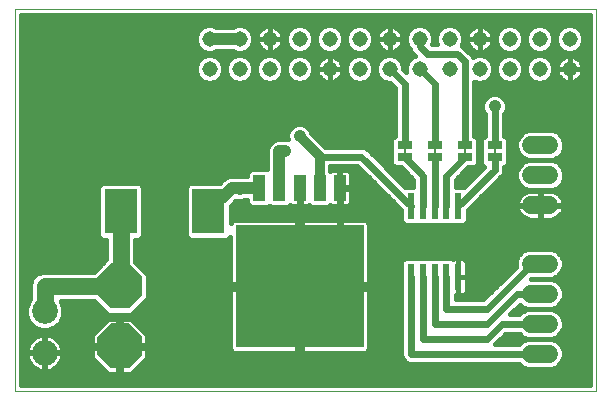
<source format=gbl>
G75*
%MOIN*%
%OFA0B0*%
%FSLAX24Y24*%
%IPPOS*%
%LPD*%
%AMOC8*
5,1,8,0,0,1.08239X$1,22.5*
%
%ADD10C,0.0000*%
%ADD11R,0.0236X0.0866*%
%ADD12C,0.0600*%
%ADD13R,0.4252X0.4098*%
%ADD14R,0.0420X0.0850*%
%ADD15OC8,0.1500*%
%ADD16R,0.1102X0.1496*%
%ADD17C,0.0860*%
%ADD18C,0.0515*%
%ADD19C,0.0080*%
%ADD20R,0.0500X0.0250*%
%ADD21C,0.0240*%
%ADD22C,0.0160*%
%ADD23C,0.0413*%
%ADD24C,0.0400*%
%ADD25C,0.0356*%
%ADD26C,0.0320*%
%ADD27C,0.0560*%
D10*
X000680Y000680D02*
X000680Y013426D01*
X020050Y013426D01*
X020050Y000680D01*
X000680Y000680D01*
D11*
X013893Y004499D03*
X014286Y004499D03*
X014680Y004499D03*
X015074Y004499D03*
X015467Y004499D03*
X015467Y006861D03*
X015074Y006861D03*
X014680Y006861D03*
X014286Y006861D03*
X013893Y006861D03*
D12*
X017904Y006891D02*
X018504Y006891D01*
X018504Y007891D02*
X017904Y007891D01*
X017904Y008891D02*
X018504Y008891D01*
X018480Y004930D02*
X017880Y004930D01*
X017880Y003930D02*
X018480Y003930D01*
X018480Y002930D02*
X017880Y002930D01*
X017880Y001930D02*
X018480Y001930D01*
D13*
X010180Y004180D03*
D14*
X010180Y007460D03*
X009510Y007460D03*
X008840Y007460D03*
X010850Y007460D03*
X011520Y007460D03*
D15*
X004180Y004180D03*
X004180Y002180D03*
D16*
X004223Y006680D03*
X007137Y006680D03*
D17*
X001680Y003349D03*
X001680Y001971D03*
D18*
X007180Y011430D03*
X008180Y011430D03*
X009180Y011430D03*
X010180Y011430D03*
X011180Y011430D03*
X012180Y011430D03*
X013180Y011430D03*
X014180Y011430D03*
X015180Y011430D03*
X016180Y011430D03*
X017180Y011430D03*
X018180Y011430D03*
X019180Y011430D03*
X019180Y012430D03*
X018180Y012430D03*
X017180Y012430D03*
X016180Y012430D03*
X015180Y012430D03*
X014180Y012430D03*
X013180Y012430D03*
X012180Y012430D03*
X011180Y012430D03*
X010180Y012430D03*
X009180Y012430D03*
X008180Y012430D03*
X007180Y012430D03*
D19*
X013680Y008830D02*
X013680Y008530D01*
X014680Y008530D02*
X014680Y008830D01*
X015680Y008830D02*
X015680Y008530D01*
X016680Y008530D02*
X016680Y008830D01*
D20*
X016680Y008880D03*
X016680Y008480D03*
X015680Y008480D03*
X015680Y008880D03*
X014680Y008880D03*
X014680Y008480D03*
X013680Y008480D03*
X013680Y008880D03*
D21*
X013680Y010930D01*
X013180Y011430D01*
X014180Y011430D02*
X014680Y010930D01*
X014680Y008880D01*
X014680Y008480D02*
X014680Y006861D01*
X014286Y006861D02*
X014286Y007874D01*
X013680Y008480D01*
X012244Y008510D02*
X010850Y008510D01*
X012244Y008510D02*
X013893Y006861D01*
X015074Y006861D02*
X015074Y007874D01*
X015680Y008480D01*
X015680Y008880D02*
X015680Y011680D01*
X015430Y011930D01*
X014430Y011930D01*
X014180Y012180D01*
X014180Y012430D01*
X016680Y010180D02*
X016680Y008880D01*
X016680Y008480D02*
X016680Y008074D01*
X015467Y006861D01*
X017930Y004930D02*
X016430Y003430D01*
X015074Y003430D01*
X015074Y004499D01*
X014680Y004499D02*
X014680Y002930D01*
X016430Y002930D01*
X017430Y003930D01*
X018180Y003930D01*
X018180Y002930D02*
X016930Y002930D01*
X016430Y002430D01*
X014286Y002430D01*
X014286Y004499D01*
X013893Y004499D02*
X013893Y001930D01*
X018180Y001930D01*
X018180Y004930D02*
X017930Y004930D01*
X011680Y004180D02*
X010180Y004180D01*
X010180Y007460D01*
X011520Y007460D02*
X011520Y005680D01*
X011680Y005680D01*
X011680Y004180D01*
D22*
X012486Y004260D02*
X012486Y006253D01*
X012474Y006299D01*
X012450Y006340D01*
X012417Y006373D01*
X012375Y006397D01*
X012330Y006409D01*
X010260Y006409D01*
X010260Y004260D01*
X010100Y004260D01*
X010100Y006409D01*
X008030Y006409D01*
X007985Y006397D01*
X007943Y006373D01*
X007910Y006340D01*
X007888Y006301D01*
X007888Y006865D01*
X008066Y007044D01*
X008100Y007030D01*
X008260Y007030D01*
X008332Y007060D01*
X008430Y007060D01*
X008430Y006952D01*
X008547Y006835D01*
X009133Y006835D01*
X009175Y006877D01*
X009217Y006835D01*
X009803Y006835D01*
X009859Y006891D01*
X009859Y006891D01*
X009901Y006867D01*
X009946Y006855D01*
X010155Y006855D01*
X010155Y006900D01*
X010205Y006900D01*
X010205Y006855D01*
X010414Y006855D01*
X010459Y006867D01*
X010501Y006891D01*
X010557Y006835D01*
X011143Y006835D01*
X011199Y006891D01*
X011199Y006891D01*
X011241Y006867D01*
X011286Y006855D01*
X011495Y006855D01*
X011495Y007435D01*
X011545Y007435D01*
X011545Y007485D01*
X011495Y007485D01*
X011495Y008065D01*
X011286Y008065D01*
X011241Y008053D01*
X011210Y008035D01*
X011210Y008190D01*
X012111Y008190D01*
X013574Y006727D01*
X013574Y006345D01*
X013692Y006228D01*
X015668Y006228D01*
X015786Y006345D01*
X015786Y006727D01*
X016951Y007892D01*
X017000Y008010D01*
X017000Y008155D01*
X017013Y008155D01*
X017130Y008272D01*
X017130Y009088D01*
X017013Y009205D01*
X017000Y009205D01*
X017000Y009925D01*
X017025Y009950D01*
X017087Y010099D01*
X017087Y010261D01*
X017025Y010410D01*
X016910Y010525D01*
X016761Y010587D01*
X016599Y010587D01*
X016450Y010525D01*
X016335Y010410D01*
X016273Y010261D01*
X016273Y010099D01*
X016335Y009950D01*
X016360Y009925D01*
X016360Y009205D01*
X016347Y009205D01*
X016230Y009088D01*
X016230Y008672D01*
X016230Y008272D01*
X016328Y008174D01*
X015648Y007494D01*
X015394Y007494D01*
X015394Y007741D01*
X015808Y008155D01*
X016013Y008155D01*
X016130Y008272D01*
X016130Y009088D01*
X016013Y009205D01*
X016000Y009205D01*
X016000Y011009D01*
X016089Y010973D01*
X016271Y010973D01*
X016439Y011042D01*
X016568Y011171D01*
X016637Y011339D01*
X016637Y011521D01*
X016568Y011689D01*
X016439Y011818D01*
X016271Y011887D01*
X016089Y011887D01*
X015962Y011835D01*
X015951Y011861D01*
X015701Y012111D01*
X015611Y012201D01*
X015585Y012212D01*
X015637Y012339D01*
X015637Y012521D01*
X015568Y012689D01*
X015439Y012818D01*
X015271Y012887D01*
X015089Y012887D01*
X014921Y012818D01*
X014792Y012689D01*
X014723Y012521D01*
X014723Y012339D01*
X014759Y012250D01*
X014601Y012250D01*
X014637Y012339D01*
X014637Y012521D01*
X014568Y012689D01*
X014439Y012818D01*
X014271Y012887D01*
X014089Y012887D01*
X013921Y012818D01*
X013792Y012689D01*
X013723Y012521D01*
X013723Y012339D01*
X013792Y012171D01*
X013869Y012094D01*
X013909Y011999D01*
X013999Y011909D01*
X014040Y011867D01*
X013921Y011818D01*
X013792Y011689D01*
X013723Y011521D01*
X013723Y011340D01*
X013637Y011425D01*
X013637Y011521D01*
X013568Y011689D01*
X013439Y011818D01*
X013271Y011887D01*
X013089Y011887D01*
X012921Y011818D01*
X012792Y011689D01*
X012723Y011521D01*
X012723Y011339D01*
X012792Y011171D01*
X012921Y011042D01*
X013089Y010973D01*
X013185Y010973D01*
X013360Y010797D01*
X013360Y009205D01*
X013347Y009205D01*
X013230Y009088D01*
X013230Y008272D01*
X013347Y008155D01*
X013552Y008155D01*
X013966Y007741D01*
X013966Y007494D01*
X013712Y007494D01*
X012515Y008691D01*
X012425Y008781D01*
X012307Y008830D01*
X011039Y008830D01*
X010571Y009298D01*
X010525Y009410D01*
X010410Y009525D01*
X010261Y009587D01*
X010099Y009587D01*
X009950Y009525D01*
X009835Y009410D01*
X009773Y009261D01*
X009773Y009099D01*
X009782Y009078D01*
X009761Y009087D01*
X009599Y009087D01*
X009583Y009080D01*
X009430Y009080D01*
X009283Y009019D01*
X009171Y008907D01*
X009110Y008760D01*
X009110Y008085D01*
X008547Y008085D01*
X008430Y007968D01*
X008430Y007860D01*
X007837Y007860D01*
X007690Y007799D01*
X007578Y007687D01*
X007519Y007628D01*
X006503Y007628D01*
X006386Y007511D01*
X006386Y005849D01*
X006503Y005732D01*
X007771Y005732D01*
X007874Y005835D01*
X007874Y004260D01*
X010100Y004260D01*
X010100Y004100D01*
X010260Y004100D01*
X010260Y004260D01*
X012486Y004260D01*
X012486Y004326D02*
X013573Y004326D01*
X013573Y004484D02*
X012486Y004484D01*
X012486Y004643D02*
X013574Y004643D01*
X013574Y004567D02*
X013573Y004563D01*
X013573Y001866D01*
X013621Y001749D01*
X013711Y001659D01*
X013829Y001610D01*
X017493Y001610D01*
X017597Y001506D01*
X017781Y001430D01*
X018579Y001430D01*
X018763Y001506D01*
X018904Y001647D01*
X018980Y001831D01*
X018980Y002029D01*
X018904Y002213D01*
X018763Y002354D01*
X018579Y002430D01*
X018763Y002506D01*
X018904Y002647D01*
X018980Y002831D01*
X018980Y003029D01*
X018904Y003213D01*
X018763Y003354D01*
X018579Y003430D01*
X018763Y003506D01*
X018904Y003647D01*
X018980Y003831D01*
X018980Y004029D01*
X018904Y004213D01*
X018763Y004354D01*
X018579Y004430D01*
X017883Y004430D01*
X017883Y004430D01*
X018579Y004430D01*
X018763Y004506D01*
X018904Y004647D01*
X018980Y004831D01*
X018980Y005029D01*
X018904Y005213D01*
X018763Y005354D01*
X018579Y005430D01*
X017781Y005430D01*
X017597Y005354D01*
X017456Y005213D01*
X017380Y005029D01*
X017380Y004833D01*
X016297Y003750D01*
X015394Y003750D01*
X015394Y003886D01*
X015467Y003886D01*
X015467Y004499D01*
X015467Y005112D01*
X015326Y005112D01*
X015301Y005105D01*
X015275Y005132D01*
X013692Y005132D01*
X013574Y005015D01*
X013574Y004567D01*
X013574Y004801D02*
X012486Y004801D01*
X012486Y004960D02*
X013574Y004960D01*
X013678Y005118D02*
X012486Y005118D01*
X012486Y005277D02*
X017519Y005277D01*
X017417Y005118D02*
X015289Y005118D01*
X015467Y005112D02*
X015467Y004499D01*
X015467Y004499D01*
X015467Y004499D01*
X015467Y003886D01*
X015609Y003886D01*
X015655Y003898D01*
X015696Y003922D01*
X015730Y003955D01*
X015753Y003996D01*
X015766Y004042D01*
X015766Y004499D01*
X015766Y004956D01*
X015753Y005001D01*
X015730Y005042D01*
X015696Y005076D01*
X015655Y005100D01*
X015609Y005112D01*
X015467Y005112D01*
X015467Y004960D02*
X015467Y004960D01*
X015467Y004801D02*
X015467Y004801D01*
X015467Y004643D02*
X015467Y004643D01*
X015467Y004499D02*
X015766Y004499D01*
X015467Y004499D01*
X015467Y004499D01*
X015467Y004484D02*
X015467Y004484D01*
X015467Y004326D02*
X015467Y004326D01*
X015467Y004167D02*
X015467Y004167D01*
X015766Y004167D02*
X016714Y004167D01*
X016873Y004326D02*
X015766Y004326D01*
X015766Y004484D02*
X017031Y004484D01*
X017190Y004643D02*
X015766Y004643D01*
X015766Y004801D02*
X017348Y004801D01*
X017380Y004960D02*
X015764Y004960D01*
X015757Y004009D02*
X016556Y004009D01*
X016397Y003850D02*
X015394Y003850D01*
X015467Y004009D02*
X015467Y004009D01*
X017203Y003250D02*
X017528Y003575D01*
X017597Y003506D01*
X017781Y003430D01*
X018579Y003430D01*
X017781Y003430D01*
X017597Y003354D01*
X017493Y003250D01*
X017203Y003250D01*
X017327Y003375D02*
X017647Y003375D01*
X017570Y003533D02*
X017486Y003533D01*
X018713Y003375D02*
X019850Y003375D01*
X019850Y003533D02*
X018790Y003533D01*
X018922Y003692D02*
X019850Y003692D01*
X019850Y003850D02*
X018980Y003850D01*
X018980Y004009D02*
X019850Y004009D01*
X019850Y004167D02*
X018923Y004167D01*
X018792Y004326D02*
X019850Y004326D01*
X019850Y004484D02*
X018710Y004484D01*
X018900Y004643D02*
X019850Y004643D01*
X019850Y004801D02*
X018968Y004801D01*
X018980Y004960D02*
X019850Y004960D01*
X019850Y005118D02*
X018943Y005118D01*
X018841Y005277D02*
X019850Y005277D01*
X019850Y005435D02*
X012486Y005435D01*
X012486Y005594D02*
X019850Y005594D01*
X019850Y005752D02*
X012486Y005752D01*
X012486Y005911D02*
X019850Y005911D01*
X019850Y006069D02*
X012486Y006069D01*
X012486Y006228D02*
X019850Y006228D01*
X019850Y006386D02*
X015786Y006386D01*
X015786Y006545D02*
X017571Y006545D01*
X017591Y006525D02*
X017652Y006480D01*
X017719Y006446D01*
X017791Y006422D01*
X017866Y006411D01*
X018184Y006411D01*
X018184Y006871D01*
X018224Y006871D01*
X018224Y006911D01*
X018184Y006911D01*
X018184Y007371D01*
X017866Y007371D01*
X017791Y007359D01*
X017719Y007335D01*
X017652Y007301D01*
X017591Y007257D01*
X017537Y007203D01*
X017493Y007142D01*
X017459Y007075D01*
X017435Y007003D01*
X017424Y006928D01*
X017424Y006911D01*
X018184Y006911D01*
X018184Y006871D01*
X017424Y006871D01*
X017424Y006853D01*
X017435Y006778D01*
X017459Y006706D01*
X017493Y006639D01*
X017537Y006578D01*
X017591Y006525D01*
X017461Y006703D02*
X015786Y006703D01*
X015920Y006862D02*
X017424Y006862D01*
X017441Y007020D02*
X016079Y007020D01*
X016237Y007179D02*
X017519Y007179D01*
X017724Y007337D02*
X016396Y007337D01*
X016554Y007496D02*
X017592Y007496D01*
X017620Y007467D02*
X017804Y007391D01*
X018603Y007391D01*
X018787Y007467D01*
X018928Y007607D01*
X019004Y007791D01*
X019004Y007990D01*
X018928Y008174D01*
X018787Y008315D01*
X018603Y008391D01*
X018787Y008467D01*
X018928Y008607D01*
X019004Y008791D01*
X019004Y008990D01*
X018928Y009174D01*
X018787Y009315D01*
X018603Y009391D01*
X017804Y009391D01*
X017620Y009315D01*
X017480Y009174D01*
X017404Y008990D01*
X017404Y008791D01*
X017480Y008607D01*
X017620Y008467D01*
X017804Y008391D01*
X018603Y008391D01*
X017804Y008391D01*
X017620Y008315D01*
X017480Y008174D01*
X017404Y007990D01*
X017404Y007791D01*
X017480Y007607D01*
X017620Y007467D01*
X017460Y007654D02*
X016713Y007654D01*
X016871Y007813D02*
X017404Y007813D01*
X017404Y007971D02*
X016984Y007971D01*
X017000Y008130D02*
X017461Y008130D01*
X017594Y008288D02*
X017130Y008288D01*
X017130Y008447D02*
X017669Y008447D01*
X017482Y008605D02*
X017130Y008605D01*
X017130Y008764D02*
X017415Y008764D01*
X017404Y008922D02*
X017130Y008922D01*
X017130Y009081D02*
X017441Y009081D01*
X017545Y009239D02*
X017000Y009239D01*
X017000Y009398D02*
X019850Y009398D01*
X019850Y009556D02*
X017000Y009556D01*
X017000Y009715D02*
X019850Y009715D01*
X019850Y009873D02*
X017000Y009873D01*
X017059Y010032D02*
X019850Y010032D01*
X019850Y010190D02*
X017087Y010190D01*
X017050Y010349D02*
X019850Y010349D01*
X019850Y010507D02*
X016928Y010507D01*
X016432Y010507D02*
X016000Y010507D01*
X016000Y010349D02*
X016310Y010349D01*
X016273Y010190D02*
X016000Y010190D01*
X016000Y010032D02*
X016301Y010032D01*
X016360Y009873D02*
X016000Y009873D01*
X016000Y009715D02*
X016360Y009715D01*
X016360Y009556D02*
X016000Y009556D01*
X016000Y009398D02*
X016360Y009398D01*
X016360Y009239D02*
X016000Y009239D01*
X016130Y009081D02*
X016230Y009081D01*
X016230Y008922D02*
X016130Y008922D01*
X016130Y008764D02*
X016230Y008764D01*
X016230Y008605D02*
X016130Y008605D01*
X016130Y008447D02*
X016230Y008447D01*
X016230Y008288D02*
X016130Y008288D01*
X016283Y008130D02*
X015782Y008130D01*
X015624Y007971D02*
X016125Y007971D01*
X015966Y007813D02*
X015465Y007813D01*
X015394Y007654D02*
X015808Y007654D01*
X015649Y007496D02*
X015394Y007496D01*
X013966Y007496D02*
X013711Y007496D01*
X013552Y007654D02*
X013966Y007654D01*
X013895Y007813D02*
X013394Y007813D01*
X013235Y007971D02*
X013736Y007971D01*
X013578Y008130D02*
X013077Y008130D01*
X013230Y008288D02*
X012918Y008288D01*
X012760Y008447D02*
X013230Y008447D01*
X013230Y008605D02*
X012601Y008605D01*
X012443Y008764D02*
X013230Y008764D01*
X013230Y008922D02*
X010947Y008922D01*
X010789Y009081D02*
X013230Y009081D01*
X013360Y009239D02*
X010630Y009239D01*
X010530Y009398D02*
X013360Y009398D01*
X013360Y009556D02*
X010335Y009556D01*
X010025Y009556D02*
X000880Y009556D01*
X000880Y009398D02*
X009830Y009398D01*
X009773Y009239D02*
X000880Y009239D01*
X000880Y009081D02*
X009584Y009081D01*
X009776Y009081D02*
X009781Y009081D01*
X009186Y008922D02*
X000880Y008922D01*
X000880Y008764D02*
X009112Y008764D01*
X009110Y008605D02*
X000880Y008605D01*
X000880Y008447D02*
X009110Y008447D01*
X009110Y008288D02*
X000880Y008288D01*
X000880Y008130D02*
X009110Y008130D01*
X008433Y007971D02*
X000880Y007971D01*
X000880Y007813D02*
X007722Y007813D01*
X007545Y007654D02*
X000880Y007654D01*
X000880Y007496D02*
X003472Y007496D01*
X003472Y007511D02*
X003472Y005849D01*
X003589Y005732D01*
X003743Y005732D01*
X003743Y005087D01*
X003316Y004660D01*
X001585Y004660D01*
X001408Y004587D01*
X001273Y004452D01*
X001200Y004275D01*
X001200Y003760D01*
X001146Y003706D01*
X001050Y003475D01*
X001050Y003224D01*
X001146Y002992D01*
X001323Y002815D01*
X001555Y002719D01*
X001805Y002719D01*
X002037Y002815D01*
X002214Y002992D01*
X002310Y003224D01*
X002310Y003475D01*
X002217Y003700D01*
X003316Y003700D01*
X003786Y003230D01*
X004574Y003230D01*
X005130Y003786D01*
X005130Y004574D01*
X004703Y005000D01*
X004703Y005732D01*
X004857Y005732D01*
X004974Y005849D01*
X004974Y007511D01*
X004857Y007628D01*
X003589Y007628D01*
X003472Y007511D01*
X003472Y007337D02*
X000880Y007337D01*
X000880Y007179D02*
X003472Y007179D01*
X003472Y007020D02*
X000880Y007020D01*
X000880Y006862D02*
X003472Y006862D01*
X003472Y006703D02*
X000880Y006703D01*
X000880Y006545D02*
X003472Y006545D01*
X003472Y006386D02*
X000880Y006386D01*
X000880Y006228D02*
X003472Y006228D01*
X003472Y006069D02*
X000880Y006069D01*
X000880Y005911D02*
X003472Y005911D01*
X003569Y005752D02*
X000880Y005752D01*
X000880Y005594D02*
X003743Y005594D01*
X003743Y005435D02*
X000880Y005435D01*
X000880Y005277D02*
X003743Y005277D01*
X003743Y005118D02*
X000880Y005118D01*
X000880Y004960D02*
X003616Y004960D01*
X003458Y004801D02*
X000880Y004801D01*
X000880Y004643D02*
X001542Y004643D01*
X001305Y004484D02*
X000880Y004484D01*
X000880Y004326D02*
X001221Y004326D01*
X001200Y004167D02*
X000880Y004167D01*
X000880Y004009D02*
X001200Y004009D01*
X001200Y003850D02*
X000880Y003850D01*
X000880Y003692D02*
X001140Y003692D01*
X001074Y003533D02*
X000880Y003533D01*
X000880Y003375D02*
X001050Y003375D01*
X001053Y003216D02*
X000880Y003216D01*
X000880Y003058D02*
X001119Y003058D01*
X001239Y002899D02*
X000880Y002899D01*
X000880Y002741D02*
X001503Y002741D01*
X001537Y002566D02*
X001446Y002537D01*
X001360Y002493D01*
X001283Y002437D01*
X001215Y002369D01*
X001158Y002291D01*
X001115Y002205D01*
X001085Y002114D01*
X001070Y002019D01*
X001070Y001990D01*
X001662Y001990D01*
X001662Y002581D01*
X001632Y002581D01*
X001537Y002566D01*
X001698Y002581D02*
X001698Y001990D01*
X001662Y001990D01*
X001662Y001953D01*
X001698Y001953D01*
X001698Y001361D01*
X001728Y001361D01*
X001823Y001376D01*
X001914Y001406D01*
X002000Y001450D01*
X002077Y001506D01*
X002145Y001574D01*
X002202Y001652D01*
X002245Y001737D01*
X002275Y001828D01*
X002290Y001923D01*
X002290Y001953D01*
X001698Y001953D01*
X001698Y001990D01*
X002290Y001990D01*
X002290Y002019D01*
X002275Y002114D01*
X002245Y002205D01*
X002202Y002291D01*
X002145Y002369D01*
X002077Y002437D01*
X002000Y002493D01*
X001914Y002537D01*
X001823Y002566D01*
X001728Y002581D01*
X001698Y002581D01*
X001698Y002424D02*
X001662Y002424D01*
X001662Y002265D02*
X001698Y002265D01*
X001698Y002107D02*
X001662Y002107D01*
X001662Y001953D02*
X001070Y001953D01*
X001070Y001923D01*
X001085Y001828D01*
X001115Y001737D01*
X001158Y001652D01*
X001215Y001574D01*
X001283Y001506D01*
X001360Y001450D01*
X001446Y001406D01*
X001537Y001376D01*
X001632Y001361D01*
X001662Y001361D01*
X001662Y001953D01*
X001662Y001948D02*
X001698Y001948D01*
X001698Y001790D02*
X001662Y001790D01*
X001662Y001631D02*
X001698Y001631D01*
X001698Y001473D02*
X001662Y001473D01*
X001329Y001473D02*
X000880Y001473D01*
X000880Y001631D02*
X001173Y001631D01*
X001098Y001790D02*
X000880Y001790D01*
X000880Y001948D02*
X001070Y001948D01*
X001084Y002107D02*
X000880Y002107D01*
X000880Y002265D02*
X001145Y002265D01*
X001269Y002424D02*
X000880Y002424D01*
X000880Y002582D02*
X003267Y002582D01*
X003250Y002565D02*
X003250Y002238D01*
X004122Y002238D01*
X004122Y003110D01*
X003795Y003110D01*
X003250Y002565D01*
X003250Y002424D02*
X002091Y002424D01*
X002215Y002265D02*
X003250Y002265D01*
X003250Y002122D02*
X003250Y001795D01*
X003795Y001250D01*
X004122Y001250D01*
X004122Y002122D01*
X003250Y002122D01*
X003250Y002107D02*
X002276Y002107D01*
X002290Y001948D02*
X003250Y001948D01*
X003255Y001790D02*
X002262Y001790D01*
X002187Y001631D02*
X003414Y001631D01*
X003572Y001473D02*
X002031Y001473D01*
X000880Y001314D02*
X003731Y001314D01*
X004122Y001314D02*
X004238Y001314D01*
X004238Y001250D02*
X004565Y001250D01*
X005110Y001795D01*
X005110Y002122D01*
X004238Y002122D01*
X004238Y002238D01*
X004122Y002238D01*
X004122Y002122D01*
X004238Y002122D01*
X004238Y001250D01*
X004238Y001473D02*
X004122Y001473D01*
X004122Y001631D02*
X004238Y001631D01*
X004238Y001790D02*
X004122Y001790D01*
X004122Y001948D02*
X004238Y001948D01*
X004238Y002107D02*
X004122Y002107D01*
X004122Y002265D02*
X004238Y002265D01*
X004238Y002238D02*
X004238Y003110D01*
X004565Y003110D01*
X005110Y002565D01*
X005110Y002238D01*
X004238Y002238D01*
X004238Y002424D02*
X004122Y002424D01*
X004122Y002582D02*
X004238Y002582D01*
X004238Y002741D02*
X004122Y002741D01*
X004122Y002899D02*
X004238Y002899D01*
X004238Y003058D02*
X004122Y003058D01*
X003742Y003058D02*
X002241Y003058D01*
X002307Y003216D02*
X007874Y003216D01*
X007874Y003058D02*
X004618Y003058D01*
X004776Y002899D02*
X007874Y002899D01*
X007874Y002741D02*
X004935Y002741D01*
X005093Y002582D02*
X007874Y002582D01*
X007874Y002424D02*
X005110Y002424D01*
X005110Y002265D02*
X007874Y002265D01*
X007874Y002107D02*
X007886Y002061D01*
X007910Y002020D01*
X007943Y001987D01*
X007985Y001963D01*
X008030Y001951D01*
X010100Y001951D01*
X010100Y004100D01*
X007874Y004100D01*
X007874Y002107D01*
X005110Y002107D01*
X005110Y001948D02*
X013573Y001948D01*
X013573Y002107D02*
X012486Y002107D01*
X012486Y004100D01*
X010260Y004100D01*
X010260Y001951D01*
X012330Y001951D01*
X012375Y001963D01*
X012417Y001987D01*
X012450Y002020D01*
X012474Y002061D01*
X012486Y002107D01*
X012486Y002265D02*
X013573Y002265D01*
X013573Y002424D02*
X012486Y002424D01*
X012486Y002582D02*
X013573Y002582D01*
X013573Y002741D02*
X012486Y002741D01*
X012486Y002899D02*
X013573Y002899D01*
X013573Y003058D02*
X012486Y003058D01*
X012486Y003216D02*
X013573Y003216D01*
X013573Y003375D02*
X012486Y003375D01*
X012486Y003533D02*
X013573Y003533D01*
X013573Y003692D02*
X012486Y003692D01*
X012486Y003850D02*
X013573Y003850D01*
X013573Y004009D02*
X012486Y004009D01*
X013573Y004167D02*
X010260Y004167D01*
X010260Y004326D02*
X010100Y004326D01*
X010100Y004484D02*
X010260Y004484D01*
X010260Y004643D02*
X010100Y004643D01*
X010100Y004801D02*
X010260Y004801D01*
X010260Y004960D02*
X010100Y004960D01*
X010100Y005118D02*
X010260Y005118D01*
X010260Y005277D02*
X010100Y005277D01*
X010100Y005435D02*
X010260Y005435D01*
X010260Y005594D02*
X010100Y005594D01*
X010100Y005752D02*
X010260Y005752D01*
X010260Y005911D02*
X010100Y005911D01*
X010100Y006069D02*
X010260Y006069D01*
X010260Y006228D02*
X010100Y006228D01*
X010100Y006386D02*
X010260Y006386D01*
X010205Y006862D02*
X010155Y006862D01*
X009922Y006862D02*
X009829Y006862D01*
X010438Y006862D02*
X010531Y006862D01*
X010501Y006891D02*
X010501Y006891D01*
X011169Y006862D02*
X011262Y006862D01*
X011495Y006862D02*
X011545Y006862D01*
X011545Y006855D02*
X011754Y006855D01*
X011799Y006867D01*
X011841Y006891D01*
X011874Y006924D01*
X011898Y006966D01*
X011910Y007011D01*
X011910Y007435D01*
X011545Y007435D01*
X011545Y006855D01*
X011545Y007020D02*
X011495Y007020D01*
X011495Y007179D02*
X011545Y007179D01*
X011545Y007337D02*
X011495Y007337D01*
X011545Y007485D02*
X011910Y007485D01*
X011910Y007909D01*
X011898Y007954D01*
X011874Y007996D01*
X011841Y008029D01*
X011799Y008053D01*
X011754Y008065D01*
X011545Y008065D01*
X011545Y007485D01*
X011545Y007496D02*
X011495Y007496D01*
X011495Y007654D02*
X011545Y007654D01*
X011545Y007813D02*
X011495Y007813D01*
X011495Y007971D02*
X011545Y007971D01*
X011888Y007971D02*
X012330Y007971D01*
X012172Y008130D02*
X011210Y008130D01*
X011910Y007813D02*
X012489Y007813D01*
X012647Y007654D02*
X011910Y007654D01*
X011910Y007496D02*
X012806Y007496D01*
X012964Y007337D02*
X011910Y007337D01*
X011910Y007179D02*
X013123Y007179D01*
X013281Y007020D02*
X011910Y007020D01*
X011778Y006862D02*
X013440Y006862D01*
X013574Y006703D02*
X007888Y006703D01*
X007888Y006545D02*
X013574Y006545D01*
X013574Y006386D02*
X012394Y006386D01*
X009191Y006862D02*
X009159Y006862D01*
X008521Y006862D02*
X007888Y006862D01*
X008042Y007020D02*
X008430Y007020D01*
X007966Y006386D02*
X007888Y006386D01*
X007874Y005752D02*
X007791Y005752D01*
X007874Y005594D02*
X004703Y005594D01*
X004703Y005435D02*
X007874Y005435D01*
X007874Y005277D02*
X004703Y005277D01*
X004703Y005118D02*
X007874Y005118D01*
X007874Y004960D02*
X004744Y004960D01*
X004902Y004801D02*
X007874Y004801D01*
X007874Y004643D02*
X005061Y004643D01*
X005130Y004484D02*
X007874Y004484D01*
X007874Y004326D02*
X005130Y004326D01*
X005130Y004167D02*
X010100Y004167D01*
X010100Y004009D02*
X010260Y004009D01*
X010260Y003850D02*
X010100Y003850D01*
X010100Y003692D02*
X010260Y003692D01*
X010260Y003533D02*
X010100Y003533D01*
X010100Y003375D02*
X010260Y003375D01*
X010260Y003216D02*
X010100Y003216D01*
X010100Y003058D02*
X010260Y003058D01*
X010260Y002899D02*
X010100Y002899D01*
X010100Y002741D02*
X010260Y002741D01*
X010260Y002582D02*
X010100Y002582D01*
X010100Y002424D02*
X010260Y002424D01*
X010260Y002265D02*
X010100Y002265D01*
X010100Y002107D02*
X010260Y002107D01*
X007874Y003375D02*
X004718Y003375D01*
X004877Y003533D02*
X007874Y003533D01*
X007874Y003692D02*
X005035Y003692D01*
X005130Y003850D02*
X007874Y003850D01*
X007874Y004009D02*
X005130Y004009D01*
X003642Y003375D02*
X002310Y003375D01*
X002286Y003533D02*
X003483Y003533D01*
X003325Y003692D02*
X002220Y003692D01*
X002121Y002899D02*
X003584Y002899D01*
X003425Y002741D02*
X001857Y002741D01*
X000880Y001156D02*
X019850Y001156D01*
X019850Y001314D02*
X004629Y001314D01*
X004788Y001473D02*
X017678Y001473D01*
X018682Y001473D02*
X019850Y001473D01*
X019850Y001631D02*
X018888Y001631D01*
X018963Y001790D02*
X019850Y001790D01*
X019850Y001948D02*
X018980Y001948D01*
X018948Y002107D02*
X019850Y002107D01*
X019850Y002265D02*
X018852Y002265D01*
X018595Y002424D02*
X019850Y002424D01*
X019850Y002582D02*
X018839Y002582D01*
X018943Y002741D02*
X019850Y002741D01*
X019850Y002899D02*
X018980Y002899D01*
X018968Y003058D02*
X019850Y003058D01*
X019850Y003216D02*
X018901Y003216D01*
X018579Y002430D02*
X017781Y002430D01*
X017597Y002506D01*
X017493Y002610D01*
X017063Y002610D01*
X016703Y002250D01*
X017493Y002250D01*
X017597Y002354D01*
X017781Y002430D01*
X018579Y002430D01*
X017765Y002424D02*
X016876Y002424D01*
X017035Y002582D02*
X017521Y002582D01*
X017508Y002265D02*
X016718Y002265D01*
X013778Y001631D02*
X004946Y001631D01*
X005105Y001790D02*
X013604Y001790D01*
X019850Y000997D02*
X000880Y000997D01*
X000880Y000880D02*
X000880Y013226D01*
X019850Y013226D01*
X019850Y000880D01*
X000880Y000880D01*
X004877Y005752D02*
X006483Y005752D01*
X006386Y005911D02*
X004974Y005911D01*
X004974Y006069D02*
X006386Y006069D01*
X006386Y006228D02*
X004974Y006228D01*
X004974Y006386D02*
X006386Y006386D01*
X006386Y006545D02*
X004974Y006545D01*
X004974Y006703D02*
X006386Y006703D01*
X006386Y006862D02*
X004974Y006862D01*
X004974Y007020D02*
X006386Y007020D01*
X006386Y007179D02*
X004974Y007179D01*
X004974Y007337D02*
X006386Y007337D01*
X006386Y007496D02*
X004974Y007496D01*
X000880Y009715D02*
X013360Y009715D01*
X013360Y009873D02*
X000880Y009873D01*
X000880Y010032D02*
X013360Y010032D01*
X013360Y010190D02*
X000880Y010190D01*
X000880Y010349D02*
X013360Y010349D01*
X013360Y010507D02*
X000880Y010507D01*
X000880Y010666D02*
X013360Y010666D01*
X013333Y010824D02*
X000880Y010824D01*
X000880Y010983D02*
X007065Y010983D01*
X007089Y010973D02*
X007271Y010973D01*
X007439Y011042D01*
X007568Y011171D01*
X007637Y011339D01*
X007637Y011521D01*
X007568Y011689D01*
X007439Y011818D01*
X007271Y011887D01*
X007089Y011887D01*
X006921Y011818D01*
X006792Y011689D01*
X006723Y011521D01*
X006723Y011339D01*
X006792Y011171D01*
X006921Y011042D01*
X007089Y010973D01*
X007295Y010983D02*
X008065Y010983D01*
X008089Y010973D02*
X008271Y010973D01*
X008439Y011042D01*
X008568Y011171D01*
X008637Y011339D01*
X008637Y011521D01*
X008568Y011689D01*
X008439Y011818D01*
X008271Y011887D01*
X008089Y011887D01*
X007921Y011818D01*
X007792Y011689D01*
X007723Y011521D01*
X007723Y011339D01*
X007792Y011171D01*
X007921Y011042D01*
X008089Y010973D01*
X008295Y010983D02*
X009065Y010983D01*
X009089Y010973D02*
X009271Y010973D01*
X009439Y011042D01*
X009568Y011171D01*
X009637Y011339D01*
X009637Y011521D01*
X009568Y011689D01*
X009439Y011818D01*
X009271Y011887D01*
X009089Y011887D01*
X008921Y011818D01*
X008792Y011689D01*
X008723Y011521D01*
X008723Y011339D01*
X008792Y011171D01*
X008921Y011042D01*
X009089Y010973D01*
X009295Y010983D02*
X010065Y010983D01*
X010089Y010973D02*
X010271Y010973D01*
X010439Y011042D01*
X010568Y011171D01*
X010637Y011339D01*
X010637Y011521D01*
X010568Y011689D01*
X010439Y011818D01*
X010271Y011887D01*
X010089Y011887D01*
X009921Y011818D01*
X009792Y011689D01*
X009723Y011521D01*
X009723Y011339D01*
X009792Y011171D01*
X009921Y011042D01*
X010089Y010973D01*
X010295Y010983D02*
X012065Y010983D01*
X012089Y010973D02*
X012271Y010973D01*
X012439Y011042D01*
X012568Y011171D01*
X012637Y011339D01*
X012637Y011521D01*
X012568Y011689D01*
X012439Y011818D01*
X012271Y011887D01*
X012089Y011887D01*
X011921Y011818D01*
X011792Y011689D01*
X011723Y011521D01*
X011723Y011339D01*
X011792Y011171D01*
X011921Y011042D01*
X012089Y010973D01*
X012295Y010983D02*
X013065Y010983D01*
X012822Y011141D02*
X012538Y011141D01*
X012621Y011300D02*
X012739Y011300D01*
X012723Y011458D02*
X012637Y011458D01*
X012598Y011617D02*
X012762Y011617D01*
X012878Y011775D02*
X012482Y011775D01*
X012439Y012042D02*
X012271Y011973D01*
X012089Y011973D01*
X011921Y012042D01*
X011792Y012171D01*
X011723Y012339D01*
X011723Y012521D01*
X011792Y012689D01*
X011921Y012818D01*
X012089Y012887D01*
X012271Y012887D01*
X012439Y012818D01*
X012568Y012689D01*
X012637Y012521D01*
X012637Y012339D01*
X012568Y012171D01*
X012439Y012042D01*
X012489Y012092D02*
X012901Y012092D01*
X012895Y012096D02*
X012951Y012056D01*
X013012Y012025D01*
X013078Y012003D01*
X013146Y011993D01*
X013180Y011993D01*
X013214Y011993D01*
X013282Y012003D01*
X013348Y012025D01*
X013409Y012056D01*
X013465Y012096D01*
X013514Y012145D01*
X013554Y012201D01*
X013585Y012262D01*
X013607Y012328D01*
X013617Y012396D01*
X013617Y012430D01*
X013617Y012464D01*
X013607Y012532D01*
X013585Y012598D01*
X013554Y012659D01*
X013514Y012715D01*
X013465Y012764D01*
X013409Y012804D01*
X013348Y012835D01*
X013282Y012857D01*
X013214Y012867D01*
X013180Y012867D01*
X013180Y012430D01*
X013180Y012430D01*
X013617Y012430D01*
X013180Y012430D01*
X013180Y012430D01*
X013180Y012430D01*
X012743Y012430D01*
X012743Y012396D01*
X012753Y012328D01*
X012775Y012262D01*
X012806Y012201D01*
X012846Y012145D01*
X012895Y012096D01*
X012780Y012251D02*
X012601Y012251D01*
X012637Y012409D02*
X012743Y012409D01*
X012743Y012430D02*
X013180Y012430D01*
X013180Y012867D01*
X013146Y012867D01*
X013078Y012857D01*
X013012Y012835D01*
X012951Y012804D01*
X012895Y012764D01*
X012846Y012715D01*
X012806Y012659D01*
X012775Y012598D01*
X012753Y012532D01*
X012743Y012464D01*
X012743Y012430D01*
X012765Y012568D02*
X012618Y012568D01*
X012531Y012726D02*
X012857Y012726D01*
X013180Y012726D02*
X013180Y012726D01*
X013180Y012568D02*
X013180Y012568D01*
X013180Y012430D02*
X013180Y011993D01*
X013180Y012430D01*
X013180Y012430D01*
X013180Y012409D02*
X013180Y012409D01*
X013180Y012251D02*
X013180Y012251D01*
X013180Y012092D02*
X013180Y012092D01*
X013459Y012092D02*
X013870Y012092D01*
X013974Y011934D02*
X000880Y011934D01*
X000880Y012092D02*
X006871Y012092D01*
X006921Y012042D02*
X006792Y012171D01*
X006723Y012339D01*
X006723Y012521D01*
X006792Y012689D01*
X006921Y012818D01*
X007089Y012887D01*
X007271Y012887D01*
X007410Y012830D01*
X007950Y012830D01*
X008089Y012887D01*
X008271Y012887D01*
X008439Y012818D01*
X008568Y012689D01*
X008637Y012521D01*
X008637Y012339D01*
X008568Y012171D01*
X008439Y012042D01*
X008271Y011973D01*
X008089Y011973D01*
X007950Y012030D01*
X007410Y012030D01*
X007271Y011973D01*
X007089Y011973D01*
X006921Y012042D01*
X006759Y012251D02*
X000880Y012251D01*
X000880Y012409D02*
X006723Y012409D01*
X006742Y012568D02*
X000880Y012568D01*
X000880Y012726D02*
X006829Y012726D01*
X007082Y012885D02*
X000880Y012885D01*
X000880Y013043D02*
X019850Y013043D01*
X019850Y013202D02*
X000880Y013202D01*
X000880Y011775D02*
X006878Y011775D01*
X006762Y011617D02*
X000880Y011617D01*
X000880Y011458D02*
X006723Y011458D01*
X006739Y011300D02*
X000880Y011300D01*
X000880Y011141D02*
X006822Y011141D01*
X007538Y011141D02*
X007822Y011141D01*
X007739Y011300D02*
X007621Y011300D01*
X007637Y011458D02*
X007723Y011458D01*
X007762Y011617D02*
X007598Y011617D01*
X007482Y011775D02*
X007878Y011775D01*
X008482Y011775D02*
X008878Y011775D01*
X008762Y011617D02*
X008598Y011617D01*
X008637Y011458D02*
X008723Y011458D01*
X008739Y011300D02*
X008621Y011300D01*
X008538Y011141D02*
X008822Y011141D01*
X009538Y011141D02*
X009822Y011141D01*
X009739Y011300D02*
X009621Y011300D01*
X009637Y011458D02*
X009723Y011458D01*
X009762Y011617D02*
X009598Y011617D01*
X009482Y011775D02*
X009878Y011775D01*
X009921Y012042D02*
X010089Y011973D01*
X010271Y011973D01*
X010439Y012042D01*
X010568Y012171D01*
X010637Y012339D01*
X010637Y012521D01*
X010568Y012689D01*
X010439Y012818D01*
X010271Y012887D01*
X010089Y012887D01*
X009921Y012818D01*
X009792Y012689D01*
X009723Y012521D01*
X009723Y012339D01*
X009792Y012171D01*
X009921Y012042D01*
X009871Y012092D02*
X009459Y012092D01*
X009465Y012096D02*
X009514Y012145D01*
X009554Y012201D01*
X009585Y012262D01*
X009607Y012328D01*
X009617Y012396D01*
X009617Y012430D01*
X009617Y012464D01*
X009607Y012532D01*
X009585Y012598D01*
X009554Y012659D01*
X009514Y012715D01*
X009465Y012764D01*
X009409Y012804D01*
X009348Y012835D01*
X009282Y012857D01*
X009214Y012867D01*
X009180Y012867D01*
X009180Y012430D01*
X009180Y012430D01*
X009617Y012430D01*
X009180Y012430D01*
X009180Y012430D01*
X009180Y012430D01*
X008743Y012430D01*
X008743Y012396D01*
X008753Y012328D01*
X008775Y012262D01*
X008806Y012201D01*
X008846Y012145D01*
X008895Y012096D01*
X008951Y012056D01*
X009012Y012025D01*
X009078Y012003D01*
X009146Y011993D01*
X009180Y011993D01*
X009214Y011993D01*
X009282Y012003D01*
X009348Y012025D01*
X009409Y012056D01*
X009465Y012096D01*
X009580Y012251D02*
X009759Y012251D01*
X009723Y012409D02*
X009617Y012409D01*
X009595Y012568D02*
X009742Y012568D01*
X009829Y012726D02*
X009503Y012726D01*
X009180Y012726D02*
X009180Y012726D01*
X009180Y012867D02*
X009146Y012867D01*
X009078Y012857D01*
X009012Y012835D01*
X008951Y012804D01*
X008895Y012764D01*
X008846Y012715D01*
X008806Y012659D01*
X008775Y012598D01*
X008753Y012532D01*
X008743Y012464D01*
X008743Y012430D01*
X009180Y012430D01*
X009180Y012867D01*
X009180Y012568D02*
X009180Y012568D01*
X009180Y012430D02*
X009180Y011993D01*
X009180Y012430D01*
X009180Y012430D01*
X009180Y012409D02*
X009180Y012409D01*
X009180Y012251D02*
X009180Y012251D01*
X009180Y012092D02*
X009180Y012092D01*
X008901Y012092D02*
X008489Y012092D01*
X008601Y012251D02*
X008780Y012251D01*
X008743Y012409D02*
X008637Y012409D01*
X008618Y012568D02*
X008765Y012568D01*
X008857Y012726D02*
X008531Y012726D01*
X008278Y012885D02*
X010082Y012885D01*
X010278Y012885D02*
X011082Y012885D01*
X011089Y012887D02*
X010921Y012818D01*
X010792Y012689D01*
X010723Y012521D01*
X010723Y012339D01*
X010792Y012171D01*
X010921Y012042D01*
X011089Y011973D01*
X011271Y011973D01*
X011439Y012042D01*
X011568Y012171D01*
X011637Y012339D01*
X011637Y012521D01*
X011568Y012689D01*
X011439Y012818D01*
X011271Y012887D01*
X011089Y012887D01*
X011278Y012885D02*
X012082Y012885D01*
X012278Y012885D02*
X014082Y012885D01*
X014278Y012885D02*
X015082Y012885D01*
X015278Y012885D02*
X017082Y012885D01*
X017089Y012887D02*
X016921Y012818D01*
X016792Y012689D01*
X016723Y012521D01*
X016723Y012339D01*
X016792Y012171D01*
X016921Y012042D01*
X017089Y011973D01*
X017271Y011973D01*
X017439Y012042D01*
X017568Y012171D01*
X017637Y012339D01*
X017637Y012521D01*
X017568Y012689D01*
X017439Y012818D01*
X017271Y012887D01*
X017089Y012887D01*
X017278Y012885D02*
X018082Y012885D01*
X018089Y012887D02*
X017921Y012818D01*
X017792Y012689D01*
X017723Y012521D01*
X017723Y012339D01*
X017792Y012171D01*
X017921Y012042D01*
X018089Y011973D01*
X018271Y011973D01*
X018439Y012042D01*
X018568Y012171D01*
X018637Y012339D01*
X018637Y012521D01*
X018568Y012689D01*
X018439Y012818D01*
X018271Y012887D01*
X018089Y012887D01*
X018278Y012885D02*
X019082Y012885D01*
X019089Y012887D02*
X018921Y012818D01*
X018792Y012689D01*
X018723Y012521D01*
X018723Y012339D01*
X018792Y012171D01*
X018921Y012042D01*
X019089Y011973D01*
X019271Y011973D01*
X019439Y012042D01*
X019568Y012171D01*
X019637Y012339D01*
X019637Y012521D01*
X019568Y012689D01*
X019439Y012818D01*
X019271Y012887D01*
X019089Y012887D01*
X019278Y012885D02*
X019850Y012885D01*
X019850Y012726D02*
X019531Y012726D01*
X019618Y012568D02*
X019850Y012568D01*
X019850Y012409D02*
X019637Y012409D01*
X019601Y012251D02*
X019850Y012251D01*
X019850Y012092D02*
X019489Y012092D01*
X019348Y011835D02*
X019282Y011857D01*
X019214Y011867D01*
X019180Y011867D01*
X019180Y011430D01*
X019180Y011430D01*
X019617Y011430D01*
X019617Y011464D01*
X019607Y011532D01*
X019585Y011598D01*
X019554Y011659D01*
X019514Y011715D01*
X019465Y011764D01*
X019409Y011804D01*
X019348Y011835D01*
X019449Y011775D02*
X019850Y011775D01*
X019850Y011617D02*
X019576Y011617D01*
X019617Y011458D02*
X019850Y011458D01*
X019850Y011300D02*
X019598Y011300D01*
X019607Y011328D02*
X019617Y011396D01*
X019617Y011430D01*
X019180Y011430D01*
X019180Y011430D01*
X019180Y011430D01*
X018743Y011430D01*
X018743Y011396D01*
X018753Y011328D01*
X018775Y011262D01*
X018806Y011201D01*
X018846Y011145D01*
X018895Y011096D01*
X018951Y011056D01*
X019012Y011025D01*
X019078Y011003D01*
X019146Y010993D01*
X019180Y010993D01*
X019214Y010993D01*
X019282Y011003D01*
X019348Y011025D01*
X019409Y011056D01*
X019465Y011096D01*
X019514Y011145D01*
X019554Y011201D01*
X019585Y011262D01*
X019607Y011328D01*
X019510Y011141D02*
X019850Y011141D01*
X019850Y010983D02*
X018295Y010983D01*
X018271Y010973D02*
X018439Y011042D01*
X018568Y011171D01*
X018637Y011339D01*
X018637Y011521D01*
X018568Y011689D01*
X018439Y011818D01*
X018271Y011887D01*
X018089Y011887D01*
X017921Y011818D01*
X017792Y011689D01*
X017723Y011521D01*
X017723Y011339D01*
X017792Y011171D01*
X017921Y011042D01*
X018089Y010973D01*
X018271Y010973D01*
X018065Y010983D02*
X017295Y010983D01*
X017271Y010973D02*
X017439Y011042D01*
X017568Y011171D01*
X017637Y011339D01*
X017637Y011521D01*
X017568Y011689D01*
X017439Y011818D01*
X017271Y011887D01*
X017089Y011887D01*
X016921Y011818D01*
X016792Y011689D01*
X016723Y011521D01*
X016723Y011339D01*
X016792Y011171D01*
X016921Y011042D01*
X017089Y010973D01*
X017271Y010973D01*
X017065Y010983D02*
X016295Y010983D01*
X016065Y010983D02*
X016000Y010983D01*
X016000Y010824D02*
X019850Y010824D01*
X019850Y010666D02*
X016000Y010666D01*
X016538Y011141D02*
X016822Y011141D01*
X016739Y011300D02*
X016621Y011300D01*
X016637Y011458D02*
X016723Y011458D01*
X016762Y011617D02*
X016598Y011617D01*
X016482Y011775D02*
X016878Y011775D01*
X016465Y012096D02*
X016409Y012056D01*
X016348Y012025D01*
X016282Y012003D01*
X016214Y011993D01*
X016180Y011993D01*
X016180Y012430D01*
X016180Y012430D01*
X016180Y012867D01*
X016214Y012867D01*
X016282Y012857D01*
X016348Y012835D01*
X016409Y012804D01*
X016465Y012764D01*
X016514Y012715D01*
X016554Y012659D01*
X016585Y012598D01*
X016607Y012532D01*
X016617Y012464D01*
X016617Y012430D01*
X016180Y012430D01*
X016180Y012430D01*
X016180Y012430D01*
X015743Y012430D01*
X015743Y012396D01*
X015753Y012328D01*
X015775Y012262D01*
X015806Y012201D01*
X015846Y012145D01*
X015895Y012096D01*
X015951Y012056D01*
X016012Y012025D01*
X016078Y012003D01*
X016146Y011993D01*
X016180Y011993D01*
X016180Y012430D01*
X016180Y012867D01*
X016146Y012867D01*
X016078Y012857D01*
X016012Y012835D01*
X015951Y012804D01*
X015895Y012764D01*
X015846Y012715D01*
X015806Y012659D01*
X015775Y012598D01*
X015753Y012532D01*
X015743Y012464D01*
X015743Y012430D01*
X016180Y012430D01*
X016617Y012430D01*
X016617Y012396D01*
X016607Y012328D01*
X016585Y012262D01*
X016554Y012201D01*
X016514Y012145D01*
X016465Y012096D01*
X016459Y012092D02*
X016871Y012092D01*
X016759Y012251D02*
X016580Y012251D01*
X016617Y012409D02*
X016723Y012409D01*
X016742Y012568D02*
X016595Y012568D01*
X016503Y012726D02*
X016829Y012726D01*
X016180Y012726D02*
X016180Y012726D01*
X016180Y012568D02*
X016180Y012568D01*
X016180Y012430D02*
X016180Y012430D01*
X016180Y012409D02*
X016180Y012409D01*
X016180Y012251D02*
X016180Y012251D01*
X016180Y012092D02*
X016180Y012092D01*
X015901Y012092D02*
X015721Y012092D01*
X015780Y012251D02*
X015601Y012251D01*
X015637Y012409D02*
X015743Y012409D01*
X015765Y012568D02*
X015618Y012568D01*
X015531Y012726D02*
X015857Y012726D01*
X015879Y011934D02*
X019850Y011934D01*
X019180Y011867D02*
X019180Y011430D01*
X019180Y010993D01*
X019180Y011430D01*
X019180Y011430D01*
X018743Y011430D01*
X018743Y011464D01*
X018753Y011532D01*
X018775Y011598D01*
X018806Y011659D01*
X018846Y011715D01*
X018895Y011764D01*
X018951Y011804D01*
X019012Y011835D01*
X019078Y011857D01*
X019146Y011867D01*
X019180Y011867D01*
X019180Y011775D02*
X019180Y011775D01*
X019180Y011617D02*
X019180Y011617D01*
X019180Y011458D02*
X019180Y011458D01*
X019180Y011300D02*
X019180Y011300D01*
X019180Y011141D02*
X019180Y011141D01*
X018850Y011141D02*
X018538Y011141D01*
X018621Y011300D02*
X018762Y011300D01*
X018743Y011458D02*
X018637Y011458D01*
X018598Y011617D02*
X018784Y011617D01*
X018911Y011775D02*
X018482Y011775D01*
X018489Y012092D02*
X018871Y012092D01*
X018759Y012251D02*
X018601Y012251D01*
X018637Y012409D02*
X018723Y012409D01*
X018742Y012568D02*
X018618Y012568D01*
X018531Y012726D02*
X018829Y012726D01*
X017829Y012726D02*
X017531Y012726D01*
X017618Y012568D02*
X017742Y012568D01*
X017723Y012409D02*
X017637Y012409D01*
X017601Y012251D02*
X017759Y012251D01*
X017871Y012092D02*
X017489Y012092D01*
X017482Y011775D02*
X017878Y011775D01*
X017762Y011617D02*
X017598Y011617D01*
X017637Y011458D02*
X017723Y011458D01*
X017739Y011300D02*
X017621Y011300D01*
X017538Y011141D02*
X017822Y011141D01*
X018862Y009239D02*
X019850Y009239D01*
X019850Y009081D02*
X018966Y009081D01*
X019004Y008922D02*
X019850Y008922D01*
X019850Y008764D02*
X018992Y008764D01*
X018925Y008605D02*
X019850Y008605D01*
X019850Y008447D02*
X018738Y008447D01*
X018813Y008288D02*
X019850Y008288D01*
X019850Y008130D02*
X018946Y008130D01*
X019004Y007971D02*
X019850Y007971D01*
X019850Y007813D02*
X019004Y007813D01*
X018947Y007654D02*
X019850Y007654D01*
X019850Y007496D02*
X018816Y007496D01*
X018688Y007335D02*
X018616Y007359D01*
X018541Y007371D01*
X018224Y007371D01*
X018224Y006911D01*
X018984Y006911D01*
X018984Y006928D01*
X018972Y007003D01*
X018948Y007075D01*
X018914Y007142D01*
X018870Y007203D01*
X018816Y007257D01*
X018755Y007301D01*
X018688Y007335D01*
X018683Y007337D02*
X019850Y007337D01*
X019850Y007179D02*
X018888Y007179D01*
X018966Y007020D02*
X019850Y007020D01*
X019850Y006862D02*
X018984Y006862D01*
X018984Y006871D02*
X018224Y006871D01*
X018224Y006411D01*
X018541Y006411D01*
X018616Y006422D01*
X018688Y006446D01*
X018755Y006480D01*
X018816Y006525D01*
X018870Y006578D01*
X018914Y006639D01*
X018948Y006706D01*
X018972Y006778D01*
X018984Y006853D01*
X018984Y006871D01*
X018947Y006703D02*
X019850Y006703D01*
X019850Y006545D02*
X018836Y006545D01*
X018224Y006545D02*
X018184Y006545D01*
X018184Y006703D02*
X018224Y006703D01*
X018224Y006862D02*
X018184Y006862D01*
X018184Y007020D02*
X018224Y007020D01*
X018224Y007179D02*
X018184Y007179D01*
X018184Y007337D02*
X018224Y007337D01*
X013723Y011458D02*
X013637Y011458D01*
X013598Y011617D02*
X013762Y011617D01*
X013878Y011775D02*
X013482Y011775D01*
X013580Y012251D02*
X013759Y012251D01*
X013723Y012409D02*
X013617Y012409D01*
X013595Y012568D02*
X013742Y012568D01*
X013829Y012726D02*
X013503Y012726D01*
X014531Y012726D02*
X014829Y012726D01*
X014742Y012568D02*
X014618Y012568D01*
X014637Y012409D02*
X014723Y012409D01*
X014759Y012251D02*
X014601Y012251D01*
X011871Y012092D02*
X011489Y012092D01*
X011601Y012251D02*
X011759Y012251D01*
X011723Y012409D02*
X011637Y012409D01*
X011618Y012568D02*
X011742Y012568D01*
X011829Y012726D02*
X011531Y012726D01*
X010829Y012726D02*
X010531Y012726D01*
X010618Y012568D02*
X010742Y012568D01*
X010723Y012409D02*
X010637Y012409D01*
X010601Y012251D02*
X010759Y012251D01*
X010871Y012092D02*
X010489Y012092D01*
X010895Y011764D02*
X010951Y011804D01*
X011012Y011835D01*
X011078Y011857D01*
X011146Y011867D01*
X011180Y011867D01*
X011180Y011430D01*
X011180Y011430D01*
X011617Y011430D01*
X011617Y011464D01*
X011607Y011532D01*
X011585Y011598D01*
X011554Y011659D01*
X011514Y011715D01*
X011465Y011764D01*
X011409Y011804D01*
X011348Y011835D01*
X011282Y011857D01*
X011214Y011867D01*
X011180Y011867D01*
X011180Y011430D01*
X011180Y011430D01*
X011180Y011430D01*
X010743Y011430D01*
X010743Y011396D01*
X010753Y011328D01*
X010775Y011262D01*
X010806Y011201D01*
X010846Y011145D01*
X010895Y011096D01*
X010951Y011056D01*
X011012Y011025D01*
X011078Y011003D01*
X011146Y010993D01*
X011180Y010993D01*
X011214Y010993D01*
X011282Y011003D01*
X011348Y011025D01*
X011409Y011056D01*
X011465Y011096D01*
X011514Y011145D01*
X011554Y011201D01*
X011585Y011262D01*
X011607Y011328D01*
X011617Y011396D01*
X011617Y011430D01*
X011180Y011430D01*
X011180Y010993D01*
X011180Y011430D01*
X011180Y011430D01*
X010743Y011430D01*
X010743Y011464D01*
X010753Y011532D01*
X010775Y011598D01*
X010806Y011659D01*
X010846Y011715D01*
X010895Y011764D01*
X010911Y011775D02*
X010482Y011775D01*
X010598Y011617D02*
X010784Y011617D01*
X010743Y011458D02*
X010637Y011458D01*
X010621Y011300D02*
X010762Y011300D01*
X010850Y011141D02*
X010538Y011141D01*
X011180Y011141D02*
X011180Y011141D01*
X011180Y011300D02*
X011180Y011300D01*
X011180Y011458D02*
X011180Y011458D01*
X011180Y011617D02*
X011180Y011617D01*
X011180Y011775D02*
X011180Y011775D01*
X011449Y011775D02*
X011878Y011775D01*
X011762Y011617D02*
X011576Y011617D01*
X011617Y011458D02*
X011723Y011458D01*
X011739Y011300D02*
X011598Y011300D01*
X011510Y011141D02*
X011822Y011141D01*
X008082Y012885D02*
X007278Y012885D01*
D23*
X010180Y009180D03*
X009680Y008680D03*
X016680Y010180D03*
D24*
X009680Y008680D02*
X009510Y008680D01*
X009510Y007460D01*
X008840Y007460D02*
X008150Y007460D01*
X008180Y007430D01*
X008150Y007460D02*
X007917Y007460D01*
X007137Y006680D01*
X007180Y012430D02*
X008180Y012430D01*
D25*
X008180Y007430D03*
D26*
X010180Y009180D02*
X010850Y008510D01*
X010850Y007460D01*
D27*
X004223Y006680D02*
X004223Y004180D01*
X004180Y004180D01*
X001680Y004180D01*
X001680Y003349D01*
M02*

</source>
